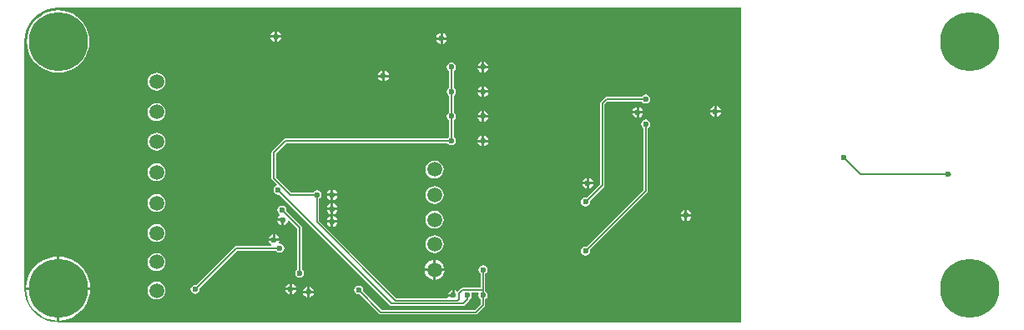
<source format=gbl>
G04*
G04 #@! TF.GenerationSoftware,Altium Limited,Altium Designer,19.0.14 (431)*
G04*
G04 Layer_Physical_Order=2*
G04 Layer_Color=16711680*
%FSLAX25Y25*%
%MOIN*%
G70*
G01*
G75*
%ADD15C,0.00600*%
%ADD52C,0.05906*%
%ADD53C,0.02362*%
%ADD54C,0.23622*%
G36*
X53937Y166214D02*
X326772Y166214D01*
Y40479D01*
X54436Y40479D01*
X53937Y40479D01*
X53448Y40505D01*
X51830Y40632D01*
X49774Y41125D01*
X47821Y41934D01*
X46019Y43039D01*
X44412Y44412D01*
X43039Y46019D01*
X41934Y47821D01*
X41125Y49774D01*
X40632Y51830D01*
X40470Y53891D01*
X40479Y53937D01*
Y152756D01*
X40470Y152802D01*
X40632Y154863D01*
X41125Y156919D01*
X41934Y158872D01*
X43039Y160674D01*
X44412Y162281D01*
X46019Y163654D01*
X47821Y164759D01*
X49774Y165568D01*
X51830Y166061D01*
X53891Y166223D01*
X53937Y166214D01*
D02*
G37*
%LPC*%
G36*
X141445Y156849D02*
Y155224D01*
X143069D01*
X142999Y155575D01*
X142517Y156297D01*
X141796Y156779D01*
X141445Y156849D01*
D02*
G37*
G36*
X140445D02*
X140094Y156779D01*
X139372Y156297D01*
X138890Y155575D01*
X138821Y155224D01*
X140445D01*
Y156849D01*
D02*
G37*
G36*
X207587Y156061D02*
Y154437D01*
X209211D01*
X209141Y154788D01*
X208659Y155509D01*
X207938Y155992D01*
X207587Y156061D01*
D02*
G37*
G36*
X206587D02*
X206236Y155992D01*
X205514Y155509D01*
X205032Y154788D01*
X204962Y154437D01*
X206587D01*
Y156061D01*
D02*
G37*
G36*
X143069Y154224D02*
X141445D01*
Y152600D01*
X141796Y152670D01*
X142517Y153152D01*
X142999Y153873D01*
X143069Y154224D01*
D02*
G37*
G36*
X140445D02*
X138821D01*
X138890Y153873D01*
X139372Y153152D01*
X140094Y152670D01*
X140445Y152600D01*
Y154224D01*
D02*
G37*
G36*
X209211Y153437D02*
X207587D01*
Y151813D01*
X207938Y151883D01*
X208659Y152365D01*
X209141Y153086D01*
X209211Y153437D01*
D02*
G37*
G36*
X206587D02*
X204962D01*
X205032Y153086D01*
X205514Y152365D01*
X206236Y151883D01*
X206587Y151813D01*
Y153437D01*
D02*
G37*
G36*
X224122Y144644D02*
Y143020D01*
X225746D01*
X225677Y143371D01*
X225195Y144092D01*
X224473Y144574D01*
X224122Y144644D01*
D02*
G37*
G36*
X223122D02*
X222771Y144574D01*
X222049Y144092D01*
X221568Y143371D01*
X221498Y143020D01*
X223122D01*
Y144644D01*
D02*
G37*
G36*
X225746Y142020D02*
X224122D01*
Y140395D01*
X224473Y140465D01*
X225195Y140947D01*
X225677Y141669D01*
X225746Y142020D01*
D02*
G37*
G36*
X223122D02*
X221498D01*
X221568Y141669D01*
X222049Y140947D01*
X222771Y140465D01*
X223122Y140395D01*
Y142020D01*
D02*
G37*
G36*
X53937Y165205D02*
X51990Y165052D01*
X50090Y164596D01*
X48285Y163848D01*
X46619Y162828D01*
X45134Y161559D01*
X43865Y160073D01*
X42845Y158408D01*
X42097Y156603D01*
X41641Y154703D01*
X41488Y152756D01*
X41641Y150808D01*
X42097Y148909D01*
X42845Y147104D01*
X43865Y145438D01*
X45134Y143953D01*
X46619Y142684D01*
X48285Y141663D01*
X50090Y140916D01*
X51990Y140460D01*
X53937Y140306D01*
X55884Y140460D01*
X57784Y140916D01*
X59589Y141663D01*
X61255Y142684D01*
X62740Y143953D01*
X64009Y145438D01*
X65030Y147104D01*
X65777Y148909D01*
X66233Y150808D01*
X66386Y152756D01*
X66233Y154703D01*
X65777Y156603D01*
X65030Y158408D01*
X64009Y160073D01*
X62740Y161559D01*
X61255Y162828D01*
X59589Y163848D01*
X57784Y164596D01*
X55884Y165052D01*
X53937Y165205D01*
D02*
G37*
G36*
X184358Y141101D02*
Y139476D01*
X185983D01*
X185913Y139827D01*
X185431Y140549D01*
X184709Y141031D01*
X184358Y141101D01*
D02*
G37*
G36*
X183358D02*
X183007Y141031D01*
X182286Y140549D01*
X181804Y139827D01*
X181734Y139476D01*
X183358D01*
Y141101D01*
D02*
G37*
G36*
X185983Y138476D02*
X184358D01*
Y136852D01*
X184709Y136922D01*
X185431Y137404D01*
X185913Y138125D01*
X185983Y138476D01*
D02*
G37*
G36*
X183358D02*
X181734D01*
X181804Y138125D01*
X182286Y137404D01*
X183007Y136922D01*
X183358Y136852D01*
Y138476D01*
D02*
G37*
G36*
X224122Y134801D02*
Y133177D01*
X225746D01*
X225677Y133528D01*
X225195Y134250D01*
X224473Y134732D01*
X224122Y134801D01*
D02*
G37*
G36*
X223122D02*
X222771Y134732D01*
X222049Y134250D01*
X221568Y133528D01*
X221498Y133177D01*
X223122D01*
Y134801D01*
D02*
G37*
G36*
X93307Y140241D02*
X92380Y140119D01*
X91515Y139761D01*
X90773Y139191D01*
X90204Y138449D01*
X89846Y137585D01*
X89724Y136658D01*
X89846Y135730D01*
X90204Y134866D01*
X90773Y134124D01*
X91515Y133554D01*
X92380Y133196D01*
X93307Y133074D01*
X94235Y133196D01*
X95099Y133554D01*
X95841Y134124D01*
X96410Y134866D01*
X96768Y135730D01*
X96890Y136658D01*
X96768Y137585D01*
X96410Y138449D01*
X95841Y139191D01*
X95099Y139761D01*
X94235Y140119D01*
X93307Y140241D01*
D02*
G37*
G36*
X225746Y132177D02*
X224122D01*
Y130553D01*
X224473Y130623D01*
X225195Y131105D01*
X225677Y131826D01*
X225746Y132177D01*
D02*
G37*
G36*
X223122D02*
X221498D01*
X221568Y131826D01*
X222049Y131105D01*
X222771Y130623D01*
X223122Y130553D01*
Y132177D01*
D02*
G37*
G36*
X288583Y131540D02*
X287888Y131402D01*
X287299Y131009D01*
X287054Y130642D01*
X273031D01*
X272680Y130572D01*
X272383Y130373D01*
X270611Y128602D01*
X270412Y128304D01*
X270342Y127953D01*
Y95656D01*
X264999Y90313D01*
X264567Y90399D01*
X263872Y90260D01*
X263283Y89867D01*
X262889Y89278D01*
X262751Y88583D01*
X262889Y87888D01*
X263283Y87299D01*
X263872Y86905D01*
X264567Y86767D01*
X265262Y86905D01*
X265851Y87299D01*
X266245Y87888D01*
X266383Y88583D01*
X266297Y89015D01*
X271909Y94627D01*
X272108Y94924D01*
X272178Y95276D01*
Y127573D01*
X273412Y128807D01*
X287054D01*
X287299Y128440D01*
X287888Y128047D01*
X288583Y127908D01*
X289278Y128047D01*
X289867Y128440D01*
X290260Y129030D01*
X290399Y129724D01*
X290260Y130419D01*
X289867Y131009D01*
X289278Y131402D01*
X288583Y131540D01*
D02*
G37*
G36*
X317035Y126927D02*
Y125303D01*
X318660D01*
X318590Y125654D01*
X318108Y126376D01*
X317387Y126858D01*
X317035Y126927D01*
D02*
G37*
G36*
X316035D02*
X315684Y126858D01*
X314963Y126376D01*
X314481Y125654D01*
X314411Y125303D01*
X316035D01*
Y126927D01*
D02*
G37*
G36*
X285933Y126534D02*
Y124909D01*
X287557D01*
X287488Y125260D01*
X287006Y125982D01*
X286284Y126464D01*
X285933Y126534D01*
D02*
G37*
G36*
X284933D02*
X284582Y126464D01*
X283861Y125982D01*
X283379Y125260D01*
X283309Y124909D01*
X284933D01*
Y126534D01*
D02*
G37*
G36*
X224122Y124959D02*
Y123335D01*
X225746D01*
X225677Y123686D01*
X225195Y124407D01*
X224473Y124889D01*
X224122Y124959D01*
D02*
G37*
G36*
X223122D02*
X222771Y124889D01*
X222049Y124407D01*
X221568Y123686D01*
X221498Y123335D01*
X223122D01*
Y124959D01*
D02*
G37*
G36*
X318660Y124303D02*
X317035D01*
Y122679D01*
X317387Y122749D01*
X318108Y123231D01*
X318590Y123952D01*
X318660Y124303D01*
D02*
G37*
G36*
X316035D02*
X314411D01*
X314481Y123952D01*
X314963Y123231D01*
X315684Y122749D01*
X316035Y122679D01*
Y124303D01*
D02*
G37*
G36*
X287557Y123909D02*
X285933D01*
Y122285D01*
X286284Y122355D01*
X287006Y122837D01*
X287488Y123558D01*
X287557Y123909D01*
D02*
G37*
G36*
X284933D02*
X283309D01*
X283379Y123558D01*
X283861Y122837D01*
X284582Y122355D01*
X284933Y122285D01*
Y123909D01*
D02*
G37*
G36*
X93307Y128146D02*
X92380Y128024D01*
X91515Y127666D01*
X90773Y127097D01*
X90204Y126355D01*
X89846Y125490D01*
X89724Y124563D01*
X89846Y123635D01*
X90204Y122771D01*
X90773Y122029D01*
X91515Y121460D01*
X92380Y121102D01*
X93307Y120980D01*
X94235Y121102D01*
X95099Y121460D01*
X95841Y122029D01*
X96410Y122771D01*
X96768Y123635D01*
X96890Y124563D01*
X96768Y125490D01*
X96410Y126355D01*
X95841Y127097D01*
X95099Y127666D01*
X94235Y128024D01*
X93307Y128146D01*
D02*
G37*
G36*
X225746Y122335D02*
X224122D01*
Y120710D01*
X224473Y120780D01*
X225195Y121262D01*
X225677Y121984D01*
X225746Y122335D01*
D02*
G37*
G36*
X223122D02*
X221498D01*
X221568Y121984D01*
X222049Y121262D01*
X222771Y120780D01*
X223122Y120710D01*
Y122335D01*
D02*
G37*
G36*
X224122Y115117D02*
Y113492D01*
X225746D01*
X225677Y113843D01*
X225195Y114565D01*
X224473Y115047D01*
X224122Y115117D01*
D02*
G37*
G36*
X223122D02*
X222771Y115047D01*
X222049Y114565D01*
X221568Y113843D01*
X221498Y113492D01*
X223122D01*
Y115117D01*
D02*
G37*
G36*
X211024Y144336D02*
X210329Y144197D01*
X209739Y143804D01*
X209346Y143215D01*
X209208Y142520D01*
X209346Y141825D01*
X209739Y141236D01*
X210106Y140991D01*
Y134206D01*
X209739Y133961D01*
X209346Y133372D01*
X209208Y132677D01*
X209346Y131982D01*
X209739Y131393D01*
X210106Y131148D01*
Y124364D01*
X209739Y124119D01*
X209346Y123530D01*
X209208Y122835D01*
X209346Y122140D01*
X209739Y121551D01*
X210106Y121306D01*
Y114521D01*
X209739Y114276D01*
X209495Y113910D01*
X144792D01*
X144441Y113840D01*
X144143Y113641D01*
X139445Y108942D01*
X139246Y108645D01*
X139176Y108294D01*
Y98095D01*
X139246Y97744D01*
X139445Y97446D01*
X141337Y95554D01*
X141172Y95012D01*
X141037Y94985D01*
X140448Y94591D01*
X140055Y94002D01*
X139916Y93307D01*
X140055Y92612D01*
X140448Y92023D01*
X141037Y91629D01*
X141732Y91491D01*
X142165Y91577D01*
X186490Y47251D01*
X186788Y47052D01*
X187139Y46982D01*
X215616D01*
X215968Y47052D01*
X216265Y47251D01*
X217972Y48957D01*
X218171Y49255D01*
X218240Y49606D01*
Y49652D01*
X218607Y49897D01*
X219001Y50486D01*
X219139Y51181D01*
X219007Y51845D01*
X219008Y51952D01*
X219218Y52345D01*
X221727D01*
X221937Y51952D01*
X221938Y51845D01*
X221806Y51181D01*
X221944Y50486D01*
X222338Y49897D01*
X222704Y49652D01*
Y47730D01*
X220380Y45406D01*
X183254D01*
X175746Y52914D01*
X175832Y53347D01*
X175694Y54041D01*
X175300Y54631D01*
X174711Y55024D01*
X174016Y55162D01*
X173321Y55024D01*
X172732Y54631D01*
X172338Y54041D01*
X172200Y53347D01*
X172338Y52652D01*
X172732Y52062D01*
X173321Y51669D01*
X174016Y51530D01*
X174448Y51616D01*
X182225Y43839D01*
X182523Y43640D01*
X182874Y43571D01*
X220760D01*
X221111Y43640D01*
X221409Y43839D01*
X224271Y46701D01*
X224470Y46999D01*
X224540Y47350D01*
Y49652D01*
X224906Y49897D01*
X225300Y50486D01*
X225438Y51181D01*
X225300Y51876D01*
X224906Y52465D01*
X224540Y52710D01*
Y59888D01*
X224906Y60133D01*
X225300Y60722D01*
X225438Y61417D01*
X225300Y62112D01*
X224906Y62701D01*
X224317Y63095D01*
X223622Y63233D01*
X222927Y63095D01*
X222338Y62701D01*
X221944Y62112D01*
X221806Y61417D01*
X221944Y60722D01*
X222338Y60133D01*
X222704Y59888D01*
Y54180D01*
X215309D01*
X214957Y54110D01*
X214660Y53911D01*
X213788Y53039D01*
X213384Y52754D01*
X212662Y53236D01*
X212311Y53306D01*
Y51181D01*
X211811D01*
Y50681D01*
X209687D01*
X209719Y50518D01*
X209410Y50018D01*
X189075D01*
X158201Y80892D01*
Y89859D01*
X158568Y90104D01*
X158961Y90693D01*
X159099Y91388D01*
X158961Y92083D01*
X158568Y92672D01*
X157978Y93066D01*
X157283Y93204D01*
X156588Y93066D01*
X155999Y92672D01*
X155754Y92305D01*
X147181D01*
X141012Y98475D01*
Y107913D01*
X145173Y112074D01*
X209495D01*
X209739Y111708D01*
X210329Y111314D01*
X211024Y111176D01*
X211719Y111314D01*
X212308Y111708D01*
X212701Y112297D01*
X212840Y112992D01*
X212701Y113687D01*
X212308Y114276D01*
X211941Y114521D01*
Y121306D01*
X212308Y121551D01*
X212701Y122140D01*
X212840Y122835D01*
X212701Y123530D01*
X212308Y124119D01*
X211941Y124364D01*
Y131148D01*
X212308Y131393D01*
X212701Y131982D01*
X212840Y132677D01*
X212701Y133372D01*
X212308Y133961D01*
X211941Y134206D01*
Y140991D01*
X212308Y141236D01*
X212701Y141825D01*
X212840Y142520D01*
X212701Y143215D01*
X212308Y143804D01*
X211719Y144197D01*
X211024Y144336D01*
D02*
G37*
G36*
X225746Y112492D02*
X224122D01*
Y110868D01*
X224473Y110938D01*
X225195Y111420D01*
X225677Y112141D01*
X225746Y112492D01*
D02*
G37*
G36*
X223122D02*
X221498D01*
X221568Y112141D01*
X222049Y111420D01*
X222771Y110938D01*
X223122Y110868D01*
Y112492D01*
D02*
G37*
G36*
X93307Y116241D02*
X92380Y116119D01*
X91515Y115761D01*
X90773Y115191D01*
X90204Y114449D01*
X89846Y113585D01*
X89724Y112657D01*
X89846Y111730D01*
X90204Y110866D01*
X90773Y110124D01*
X91515Y109554D01*
X92380Y109196D01*
X93307Y109074D01*
X94235Y109196D01*
X95099Y109554D01*
X95841Y110124D01*
X96410Y110866D01*
X96768Y111730D01*
X96890Y112657D01*
X96768Y113585D01*
X96410Y114449D01*
X95841Y115191D01*
X95099Y115761D01*
X94235Y116119D01*
X93307Y116241D01*
D02*
G37*
G36*
X204331Y105158D02*
X203403Y105036D01*
X202539Y104678D01*
X201797Y104109D01*
X201227Y103366D01*
X200869Y102502D01*
X200747Y101575D01*
X200869Y100647D01*
X201227Y99783D01*
X201797Y99041D01*
X202539Y98471D01*
X203403Y98114D01*
X204331Y97991D01*
X205258Y98114D01*
X206122Y98471D01*
X206865Y99041D01*
X207434Y99783D01*
X207792Y100647D01*
X207914Y101575D01*
X207792Y102502D01*
X207434Y103366D01*
X206865Y104109D01*
X206122Y104678D01*
X205258Y105036D01*
X204331Y105158D01*
D02*
G37*
G36*
X93307Y104020D02*
X92380Y103898D01*
X91515Y103540D01*
X90773Y102971D01*
X90204Y102229D01*
X89846Y101365D01*
X89724Y100437D01*
X89846Y99510D01*
X90204Y98645D01*
X90773Y97903D01*
X91515Y97334D01*
X92380Y96976D01*
X93307Y96854D01*
X94235Y96976D01*
X95099Y97334D01*
X95841Y97903D01*
X96410Y98645D01*
X96768Y99510D01*
X96890Y100437D01*
X96768Y101365D01*
X96410Y102229D01*
X95841Y102971D01*
X95099Y103540D01*
X94235Y103898D01*
X93307Y104020D01*
D02*
G37*
G36*
X266051Y98187D02*
Y96563D01*
X267676D01*
X267606Y96914D01*
X267124Y97636D01*
X266402Y98118D01*
X266051Y98187D01*
D02*
G37*
G36*
X265051D02*
X264700Y98118D01*
X263979Y97636D01*
X263497Y96914D01*
X263427Y96563D01*
X265051D01*
Y98187D01*
D02*
G37*
G36*
X267676Y95563D02*
X266051D01*
Y93939D01*
X266402Y94008D01*
X267124Y94490D01*
X267606Y95212D01*
X267676Y95563D01*
D02*
G37*
G36*
X265051D02*
X263427D01*
X263497Y95212D01*
X263979Y94490D01*
X264700Y94008D01*
X265051Y93939D01*
Y95563D01*
D02*
G37*
G36*
X163886Y93463D02*
Y91839D01*
X165510D01*
X165440Y92190D01*
X164958Y92911D01*
X164237Y93393D01*
X163886Y93463D01*
D02*
G37*
G36*
X162886D02*
X162535Y93393D01*
X161813Y92911D01*
X161331Y92190D01*
X161261Y91839D01*
X162886D01*
Y93463D01*
D02*
G37*
G36*
X165510Y90839D02*
X163886D01*
Y89214D01*
X164237Y89284D01*
X164958Y89766D01*
X165440Y90488D01*
X165510Y90839D01*
D02*
G37*
G36*
X162886D02*
X161261D01*
X161331Y90488D01*
X161813Y89766D01*
X162535Y89284D01*
X162886Y89214D01*
Y90839D01*
D02*
G37*
G36*
X204331Y94922D02*
X203403Y94800D01*
X202539Y94442D01*
X201797Y93872D01*
X201227Y93130D01*
X200869Y92266D01*
X200747Y91339D01*
X200869Y90411D01*
X201227Y89547D01*
X201797Y88805D01*
X202539Y88235D01*
X203403Y87877D01*
X204331Y87755D01*
X205258Y87877D01*
X206122Y88235D01*
X206865Y88805D01*
X207434Y89547D01*
X207792Y90411D01*
X207914Y91339D01*
X207792Y92266D01*
X207434Y93130D01*
X206865Y93872D01*
X206122Y94442D01*
X205258Y94800D01*
X204331Y94922D01*
D02*
G37*
G36*
X163886Y87951D02*
Y86327D01*
X165510D01*
X165440Y86678D01*
X164958Y87399D01*
X164237Y87881D01*
X163886Y87951D01*
D02*
G37*
G36*
X162886D02*
X162535Y87881D01*
X161813Y87399D01*
X161331Y86678D01*
X161261Y86327D01*
X162886D01*
Y87951D01*
D02*
G37*
G36*
X93307Y91741D02*
X92380Y91619D01*
X91515Y91261D01*
X90773Y90691D01*
X90204Y89949D01*
X89846Y89085D01*
X89724Y88157D01*
X89846Y87230D01*
X90204Y86366D01*
X90773Y85624D01*
X91515Y85054D01*
X92380Y84696D01*
X93307Y84574D01*
X94235Y84696D01*
X95099Y85054D01*
X95841Y85624D01*
X96410Y86366D01*
X96768Y87230D01*
X96890Y88157D01*
X96768Y89085D01*
X96410Y89949D01*
X95841Y90691D01*
X95099Y91261D01*
X94235Y91619D01*
X93307Y91741D01*
D02*
G37*
G36*
X305224Y85343D02*
Y83719D01*
X306849D01*
X306779Y84070D01*
X306297Y84791D01*
X305575Y85273D01*
X305224Y85343D01*
D02*
G37*
G36*
X304224D02*
X303873Y85273D01*
X303152Y84791D01*
X302670Y84070D01*
X302600Y83719D01*
X304224D01*
Y85343D01*
D02*
G37*
G36*
X165510Y85327D02*
X163886D01*
Y83702D01*
X164237Y83772D01*
X164958Y84254D01*
X165440Y84976D01*
X165510Y85327D01*
D02*
G37*
G36*
X162886D02*
X161261D01*
X161331Y84976D01*
X161813Y84254D01*
X162535Y83772D01*
X162886Y83702D01*
Y85327D01*
D02*
G37*
G36*
X163886Y82833D02*
Y81209D01*
X165510D01*
X165440Y81560D01*
X164958Y82281D01*
X164237Y82763D01*
X163886Y82833D01*
D02*
G37*
G36*
X162886D02*
X162535Y82763D01*
X161813Y82281D01*
X161331Y81560D01*
X161261Y81209D01*
X162886D01*
Y82833D01*
D02*
G37*
G36*
X306849Y82718D02*
X305224D01*
Y81094D01*
X305575Y81164D01*
X306297Y81646D01*
X306779Y82367D01*
X306849Y82718D01*
D02*
G37*
G36*
X304224D02*
X302600D01*
X302670Y82367D01*
X303152Y81646D01*
X303873Y81164D01*
X304224Y81094D01*
Y82718D01*
D02*
G37*
G36*
X143126Y80862D02*
X141501D01*
X141571Y80511D01*
X142053Y79790D01*
X142775Y79308D01*
X143126Y79238D01*
Y80862D01*
D02*
G37*
G36*
X165510Y80209D02*
X163886D01*
Y78584D01*
X164237Y78654D01*
X164958Y79136D01*
X165440Y79858D01*
X165510Y80209D01*
D02*
G37*
G36*
X162886D02*
X161261D01*
X161331Y79858D01*
X161813Y79136D01*
X162535Y78654D01*
X162886Y78584D01*
Y80209D01*
D02*
G37*
G36*
X204331Y85079D02*
X203403Y84957D01*
X202539Y84599D01*
X201797Y84030D01*
X201227Y83288D01*
X200869Y82424D01*
X200747Y81496D01*
X200869Y80569D01*
X201227Y79704D01*
X201797Y78962D01*
X202539Y78393D01*
X203403Y78035D01*
X204331Y77913D01*
X205258Y78035D01*
X206122Y78393D01*
X206865Y78962D01*
X207434Y79704D01*
X207792Y80569D01*
X207914Y81496D01*
X207792Y82424D01*
X207434Y83288D01*
X206865Y84030D01*
X206122Y84599D01*
X205258Y84957D01*
X204331Y85079D01*
D02*
G37*
G36*
X140657Y75613D02*
Y73988D01*
X142282D01*
X142212Y74339D01*
X141730Y75061D01*
X141008Y75543D01*
X140657Y75613D01*
D02*
G37*
G36*
X139657D02*
X139306Y75543D01*
X138585Y75061D01*
X138103Y74339D01*
X138033Y73988D01*
X139657D01*
Y75613D01*
D02*
G37*
G36*
X93307Y79741D02*
X92380Y79619D01*
X91515Y79261D01*
X90773Y78691D01*
X90204Y77949D01*
X89846Y77085D01*
X89724Y76157D01*
X89846Y75230D01*
X90204Y74366D01*
X90773Y73624D01*
X91515Y73054D01*
X92380Y72696D01*
X93307Y72574D01*
X94235Y72696D01*
X95099Y73054D01*
X95841Y73624D01*
X96410Y74366D01*
X96768Y75230D01*
X96890Y76157D01*
X96768Y77085D01*
X96410Y77949D01*
X95841Y78691D01*
X95099Y79261D01*
X94235Y79619D01*
X93307Y79741D01*
D02*
G37*
G36*
X288583Y121501D02*
X287888Y121363D01*
X287299Y120969D01*
X286905Y120380D01*
X286767Y119685D01*
X286905Y118990D01*
X287299Y118401D01*
X287665Y118156D01*
Y93293D01*
X264999Y70628D01*
X264567Y70714D01*
X263872Y70575D01*
X263283Y70182D01*
X262889Y69593D01*
X262751Y68898D01*
X262889Y68203D01*
X263283Y67614D01*
X263872Y67220D01*
X264567Y67082D01*
X265262Y67220D01*
X265851Y67614D01*
X266245Y68203D01*
X266383Y68898D01*
X266297Y69330D01*
X289231Y92264D01*
X289430Y92562D01*
X289500Y92913D01*
Y118156D01*
X289867Y118401D01*
X290260Y118990D01*
X290399Y119685D01*
X290260Y120380D01*
X289867Y120969D01*
X289278Y121363D01*
X288583Y121501D01*
D02*
G37*
G36*
X142282Y72988D02*
X138033D01*
X138103Y72637D01*
X138585Y71916D01*
X139213Y71496D01*
X139141Y71026D01*
X139129Y70996D01*
X125197D01*
X124846Y70926D01*
X124548Y70728D01*
X109094Y55273D01*
X108661Y55359D01*
X107966Y55221D01*
X107377Y54827D01*
X106984Y54238D01*
X106845Y53543D01*
X106984Y52848D01*
X107377Y52259D01*
X107966Y51866D01*
X108661Y51727D01*
X109356Y51866D01*
X109945Y52259D01*
X110339Y52848D01*
X110477Y53543D01*
X110391Y53976D01*
X125577Y69161D01*
X140991D01*
X141236Y68795D01*
X141825Y68401D01*
X142520Y68263D01*
X143215Y68401D01*
X143804Y68795D01*
X144197Y69384D01*
X144336Y70079D01*
X144197Y70774D01*
X143804Y71363D01*
X143215Y71757D01*
X142520Y71895D01*
X142286Y71848D01*
X141986Y72298D01*
X142212Y72637D01*
X142282Y72988D01*
D02*
G37*
G36*
X204331Y75237D02*
X203403Y75115D01*
X202539Y74757D01*
X201797Y74187D01*
X201227Y73445D01*
X200869Y72581D01*
X200747Y71653D01*
X200869Y70726D01*
X201227Y69862D01*
X201797Y69120D01*
X202539Y68550D01*
X203403Y68192D01*
X204331Y68070D01*
X205258Y68192D01*
X206122Y68550D01*
X206865Y69120D01*
X207434Y69862D01*
X207792Y70726D01*
X207914Y71653D01*
X207792Y72581D01*
X207434Y73445D01*
X206865Y74187D01*
X206122Y74757D01*
X205258Y75115D01*
X204331Y75237D01*
D02*
G37*
G36*
X204831Y65338D02*
Y61917D01*
X208252D01*
X208182Y62449D01*
X207783Y63411D01*
X207150Y64236D01*
X206324Y64870D01*
X205363Y65268D01*
X204831Y65338D01*
D02*
G37*
G36*
X203831D02*
X203299Y65268D01*
X202337Y64870D01*
X201512Y64236D01*
X200878Y63411D01*
X200480Y62449D01*
X200410Y61917D01*
X203831D01*
Y65338D01*
D02*
G37*
G36*
X93307Y68150D02*
X92380Y68028D01*
X91515Y67670D01*
X90773Y67101D01*
X90204Y66359D01*
X89846Y65494D01*
X89724Y64567D01*
X89846Y63639D01*
X90204Y62775D01*
X90773Y62033D01*
X91515Y61464D01*
X92380Y61106D01*
X93307Y60984D01*
X94235Y61106D01*
X95099Y61464D01*
X95841Y62033D01*
X96410Y62775D01*
X96768Y63639D01*
X96890Y64567D01*
X96768Y65494D01*
X96410Y66359D01*
X95841Y67101D01*
X95099Y67670D01*
X94235Y68028D01*
X93307Y68150D01*
D02*
G37*
G36*
X143307Y87115D02*
X142612Y86977D01*
X142023Y86583D01*
X141629Y85994D01*
X141491Y85299D01*
X141629Y84604D01*
X142023Y84015D01*
X142396Y83766D01*
X142430Y83187D01*
X142053Y82935D01*
X141571Y82213D01*
X141501Y81862D01*
X143626D01*
Y81362D01*
X144126D01*
Y79238D01*
X144477Y79308D01*
X145198Y79790D01*
X145680Y80511D01*
X145748Y80853D01*
X146291Y81018D01*
X149476Y77833D01*
Y61568D01*
X149110Y61323D01*
X148716Y60734D01*
X148578Y60039D01*
X148716Y59344D01*
X149110Y58755D01*
X149699Y58362D01*
X150394Y58223D01*
X151089Y58362D01*
X151678Y58755D01*
X152071Y59344D01*
X152210Y60039D01*
X152071Y60734D01*
X151678Y61323D01*
X151311Y61568D01*
Y78213D01*
X151242Y78564D01*
X151043Y78861D01*
X145037Y84867D01*
X145123Y85299D01*
X144985Y85994D01*
X144591Y86583D01*
X144002Y86977D01*
X143307Y87115D01*
D02*
G37*
G36*
X208252Y60917D02*
X204831D01*
Y57496D01*
X205363Y57566D01*
X206324Y57965D01*
X207150Y58598D01*
X207783Y59424D01*
X208182Y60385D01*
X208252Y60917D01*
D02*
G37*
G36*
X203831D02*
X200410D01*
X200480Y60385D01*
X200878Y59424D01*
X201512Y58598D01*
X202337Y57965D01*
X203299Y57566D01*
X203831Y57496D01*
Y60917D01*
D02*
G37*
G36*
X54437Y66748D02*
Y54437D01*
X66748D01*
X66629Y55947D01*
X66159Y57908D01*
X65387Y59771D01*
X64333Y61490D01*
X63024Y63024D01*
X61490Y64333D01*
X59771Y65387D01*
X57908Y66159D01*
X55947Y66629D01*
X54437Y66748D01*
D02*
G37*
G36*
X53437D02*
X51927Y66629D01*
X49966Y66159D01*
X48103Y65387D01*
X46384Y64333D01*
X44850Y63024D01*
X43541Y61490D01*
X42487Y59771D01*
X41715Y57908D01*
X41245Y55947D01*
X41126Y54437D01*
X53437D01*
Y66748D01*
D02*
G37*
G36*
X147350Y55865D02*
Y54240D01*
X148975D01*
X148905Y54591D01*
X148423Y55313D01*
X147701Y55795D01*
X147350Y55865D01*
D02*
G37*
G36*
X146350D02*
X145999Y55795D01*
X145278Y55313D01*
X144796Y54591D01*
X144726Y54240D01*
X146350D01*
Y55865D01*
D02*
G37*
G36*
X154437Y54683D02*
Y53059D01*
X156061D01*
X155992Y53410D01*
X155509Y54132D01*
X154788Y54614D01*
X154437Y54683D01*
D02*
G37*
G36*
X153437D02*
X153086Y54614D01*
X152365Y54132D01*
X151883Y53410D01*
X151813Y53059D01*
X153437D01*
Y54683D01*
D02*
G37*
G36*
X211311Y53306D02*
X210960Y53236D01*
X210239Y52754D01*
X209756Y52032D01*
X209687Y51681D01*
X211311D01*
Y53306D01*
D02*
G37*
G36*
X148975Y53240D02*
X147350D01*
Y51616D01*
X147701Y51686D01*
X148423Y52168D01*
X148905Y52889D01*
X148975Y53240D01*
D02*
G37*
G36*
X146350D02*
X144726D01*
X144796Y52889D01*
X145278Y52168D01*
X145999Y51686D01*
X146350Y51616D01*
Y53240D01*
D02*
G37*
G36*
X156061Y52059D02*
X154437D01*
Y50435D01*
X154788Y50504D01*
X155509Y50987D01*
X155992Y51708D01*
X156061Y52059D01*
D02*
G37*
G36*
X153437D02*
X151813D01*
X151883Y51708D01*
X152365Y50987D01*
X153086Y50504D01*
X153437Y50435D01*
Y52059D01*
D02*
G37*
G36*
X93307Y56694D02*
X92380Y56572D01*
X91515Y56214D01*
X90773Y55644D01*
X90204Y54902D01*
X89846Y54038D01*
X89724Y53110D01*
X89846Y52183D01*
X90204Y51319D01*
X90773Y50576D01*
X91515Y50007D01*
X92380Y49649D01*
X93307Y49527D01*
X94235Y49649D01*
X95099Y50007D01*
X95841Y50576D01*
X96410Y51319D01*
X96768Y52183D01*
X96890Y53110D01*
X96768Y54038D01*
X96410Y54902D01*
X95841Y55644D01*
X95099Y56214D01*
X94235Y56572D01*
X93307Y56694D01*
D02*
G37*
G36*
X66748Y53437D02*
X54437D01*
Y41126D01*
X55947Y41245D01*
X57908Y41715D01*
X59771Y42487D01*
X61490Y43541D01*
X63024Y44850D01*
X64333Y46384D01*
X65387Y48103D01*
X66159Y49966D01*
X66629Y51927D01*
X66748Y53437D01*
D02*
G37*
G36*
X53437D02*
X41126D01*
X41245Y51927D01*
X41715Y49966D01*
X42487Y48103D01*
X43541Y46384D01*
X44850Y44850D01*
X46384Y43541D01*
X48103Y42487D01*
X49966Y41715D01*
X51927Y41245D01*
X53437Y41126D01*
Y53437D01*
D02*
G37*
%LPD*%
D15*
X217323Y49606D02*
Y51181D01*
X215616Y47900D02*
X217323Y49606D01*
X187139Y47900D02*
X215616D01*
X215309Y53262D02*
X223622D01*
X214173Y52127D02*
X215309Y53262D01*
X214173Y49729D02*
Y52127D01*
X213545Y49100D02*
X214173Y49729D01*
X223622Y51181D02*
Y53262D01*
Y47350D02*
Y51181D01*
X141732Y93307D02*
X187139Y47900D01*
X188695Y49100D02*
X213545D01*
X157283Y80512D02*
X188695Y49100D01*
X223622Y53262D02*
Y61417D01*
X157283Y80512D02*
Y91388D01*
X140094Y98095D02*
Y108294D01*
Y98095D02*
X146801Y91388D01*
X140094Y108294D02*
X144792Y112992D01*
X146801Y91388D02*
X157283D01*
X144792Y112992D02*
X211024D01*
Y132677D02*
Y142520D01*
Y122835D02*
Y132677D01*
Y112992D02*
Y122835D01*
X220760Y44488D02*
X223622Y47350D01*
X182874Y44488D02*
X220760D01*
X174016Y53347D02*
X182874Y44488D01*
X374410Y99606D02*
X410235D01*
X367717Y106299D02*
X374410Y99606D01*
X288583Y92913D02*
Y119685D01*
X264567Y68898D02*
X288583Y92913D01*
X273031Y129724D02*
X288583D01*
X271260Y127953D02*
X273031Y129724D01*
X271260Y95276D02*
Y127953D01*
X264567Y88583D02*
X271260Y95276D01*
X150394Y60039D02*
Y78213D01*
X143307Y85299D02*
X150394Y78213D01*
X125197Y70079D02*
X142520D01*
X108661Y53543D02*
X125197Y70079D01*
D52*
X93307Y112657D02*
D03*
Y64567D02*
D03*
Y88157D02*
D03*
Y76157D02*
D03*
Y53110D02*
D03*
Y136658D02*
D03*
Y100437D02*
D03*
Y124563D02*
D03*
X204331Y61417D02*
D03*
Y71653D02*
D03*
Y81496D02*
D03*
Y91339D02*
D03*
Y101575D02*
D03*
D53*
X211811Y51181D02*
D03*
X265551Y96063D02*
D03*
X157283Y91388D02*
D03*
X174016Y53347D02*
D03*
X153937Y52559D02*
D03*
X146850Y53740D02*
D03*
X140157Y73488D02*
D03*
X143626Y81362D02*
D03*
X163386Y80709D02*
D03*
Y91339D02*
D03*
Y85827D02*
D03*
X207087Y153937D02*
D03*
X183858Y138976D02*
D03*
X140945Y154724D02*
D03*
X409448Y99606D02*
D03*
X367717Y106299D02*
D03*
X316535Y124803D02*
D03*
X285433Y124409D02*
D03*
X288583Y119685D02*
D03*
X264567Y68898D02*
D03*
X288583Y129724D02*
D03*
X264567Y88583D02*
D03*
X304724Y83218D02*
D03*
X223622Y61417D02*
D03*
Y51181D02*
D03*
Y142520D02*
D03*
Y132677D02*
D03*
Y122835D02*
D03*
Y112992D02*
D03*
X211024Y122835D02*
D03*
Y142520D02*
D03*
Y132677D02*
D03*
Y112992D02*
D03*
X150394Y60039D02*
D03*
X143307Y85299D02*
D03*
X217323Y51181D02*
D03*
X141732Y93307D02*
D03*
X142520Y70079D02*
D03*
X108661Y53543D02*
D03*
D54*
X418110Y152756D02*
D03*
Y53937D02*
D03*
X53937Y152756D02*
D03*
Y53937D02*
D03*
M02*

</source>
